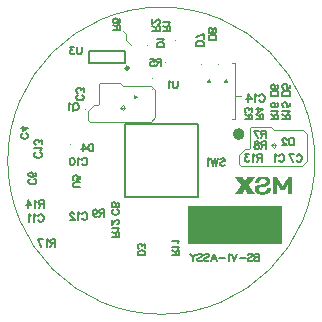
<source format=gbo>
G04*
G04 #@! TF.GenerationSoftware,Altium Limited,Altium Designer,19.0.14 (431)*
G04*
G04 Layer_Color=39423*
%FSLAX25Y25*%
%MOIN*%
G70*
G01*
G75*
%ADD11C,0.00984*%
%ADD12C,0.00787*%
%ADD13C,0.00500*%
%ADD14C,0.00050*%
%ADD118C,0.00394*%
%ADD119C,0.01968*%
%ADD120C,0.00100*%
%ADD121R,0.31496X0.12795*%
G36*
X-9055Y21752D02*
Y20768D01*
X-8071Y21260D01*
X-9055Y21752D01*
D02*
G37*
G36*
X15256Y26181D02*
X16240D01*
X15748Y27165D01*
X15256Y26181D01*
D02*
G37*
G36*
X20965D02*
X21949D01*
X21457Y27165D01*
X20965Y26181D01*
D02*
G37*
D11*
X-10925Y30918D02*
G03*
X-10925Y30918I-492J0D01*
G01*
D12*
X12100Y-12000D02*
X12200Y-11900D01*
Y12200D01*
X12100Y-12000D02*
X12200Y-12100D01*
X-12200D02*
X12200D01*
X-12200D02*
Y12200D01*
X12200D01*
X-12008Y32677D02*
Y36614D01*
X-24213Y32677D02*
Y36614D01*
Y32677D02*
X-12008D01*
X-24213Y36614D02*
X-12008D01*
D13*
X-27028Y-8858D02*
X-28813D01*
X-29171Y-8739D01*
X-29408Y-8501D01*
X-29528Y-8144D01*
Y-7906D01*
X-29408Y-7549D01*
X-29171Y-7311D01*
X-28813Y-7192D01*
X-27028D01*
Y-5073D02*
Y-6264D01*
X-28099Y-6383D01*
X-27980Y-6264D01*
X-27861Y-5906D01*
Y-5550D01*
X-27980Y-5192D01*
X-28218Y-4954D01*
X-28575Y-4835D01*
X-28813D01*
X-29171Y-4954D01*
X-29408Y-5192D01*
X-29528Y-5550D01*
Y-5906D01*
X-29408Y-6264D01*
X-29289Y-6383D01*
X-29052Y-6502D01*
X19544Y469D02*
X19782Y707D01*
X20139Y826D01*
X20616D01*
X20973Y707D01*
X21211Y469D01*
Y231D01*
X21092Y-7D01*
X20973Y-126D01*
X20734Y-245D01*
X20020Y-483D01*
X19782Y-602D01*
X19663Y-721D01*
X19544Y-959D01*
Y-1316D01*
X19782Y-1554D01*
X20139Y-1673D01*
X20616D01*
X20973Y-1554D01*
X21211Y-1316D01*
X18985Y826D02*
X18390Y-1673D01*
X17795Y826D02*
X18390Y-1673D01*
X17795Y826D02*
X17200Y-1673D01*
X16604Y826D02*
X17200Y-1673D01*
X16105Y350D02*
X15867Y469D01*
X15509Y826D01*
Y-1673D01*
X18248Y40354D02*
X15748D01*
X18248D02*
Y41188D01*
X18128Y41544D01*
X17890Y41783D01*
X17652Y41902D01*
X17295Y42021D01*
X16700D01*
X16343Y41902D01*
X16105Y41783D01*
X15867Y41544D01*
X15748Y41188D01*
Y40354D01*
X18248Y43175D02*
X18128Y42818D01*
X17890Y42699D01*
X17652D01*
X17414Y42818D01*
X17295Y43056D01*
X17176Y43532D01*
X17057Y43889D01*
X16819Y44127D01*
X16581Y44246D01*
X16224D01*
X15986Y44127D01*
X15867Y44008D01*
X15748Y43651D01*
Y43175D01*
X15867Y42818D01*
X15986Y42699D01*
X16224Y42580D01*
X16581D01*
X16819Y42699D01*
X17057Y42937D01*
X17176Y43294D01*
X17295Y43770D01*
X17414Y44008D01*
X17652Y44127D01*
X17890D01*
X18128Y44008D01*
X18248Y43651D01*
Y43175D01*
X-35433Y-26241D02*
Y-28740D01*
Y-26241D02*
X-36504D01*
X-36861Y-26360D01*
X-36980Y-26479D01*
X-37099Y-26717D01*
Y-26955D01*
X-36980Y-27193D01*
X-36861Y-27312D01*
X-36504Y-27431D01*
X-35433D01*
X-36266D02*
X-37099Y-28740D01*
X-37659Y-26717D02*
X-37897Y-26598D01*
X-38254Y-26241D01*
Y-28740D01*
X-41158Y-26241D02*
X-39968Y-28740D01*
X-39492Y-26241D02*
X-41158D01*
X5512Y26673D02*
Y24887D01*
X5393Y24530D01*
X5155Y24292D01*
X4798Y24173D01*
X4560D01*
X4203Y24292D01*
X3965Y24530D01*
X3845Y24887D01*
Y26673D01*
X3155Y26197D02*
X2917Y26316D01*
X2560Y26673D01*
Y24173D01*
X14133Y38386D02*
X11634D01*
X14133D02*
Y39219D01*
X14014Y39576D01*
X13776Y39814D01*
X13538Y39933D01*
X13181Y40052D01*
X12586D01*
X12229Y39933D01*
X11991Y39814D01*
X11753Y39576D01*
X11634Y39219D01*
Y38386D01*
X14133Y42278D02*
X11634Y41088D01*
X14133Y40611D02*
Y42278D01*
X-22638Y5649D02*
Y3150D01*
Y5649D02*
X-23471D01*
X-23828Y5530D01*
X-24066Y5292D01*
X-24185Y5054D01*
X-24304Y4697D01*
Y4102D01*
X-24185Y3745D01*
X-24066Y3507D01*
X-23828Y3269D01*
X-23471Y3150D01*
X-22638D01*
X-26054Y5649D02*
X-24863Y3983D01*
X-26649D01*
X-26054Y5649D02*
Y3150D01*
X-26575Y37933D02*
Y36147D01*
X-26694Y35790D01*
X-26932Y35552D01*
X-27289Y35433D01*
X-27527D01*
X-27884Y35552D01*
X-28122Y35790D01*
X-28241Y36147D01*
Y37933D01*
X-29169D02*
X-30479D01*
X-29765Y36980D01*
X-30122D01*
X-30360Y36861D01*
X-30479Y36742D01*
X-30598Y36385D01*
Y36147D01*
X-30479Y35790D01*
X-30241Y35552D01*
X-29884Y35433D01*
X-29526D01*
X-29169Y35552D01*
X-29050Y35671D01*
X-28931Y35909D01*
X-5348Y-31496D02*
X-7847D01*
X-5348D02*
Y-30663D01*
X-5467Y-30306D01*
X-5705Y-30068D01*
X-5943Y-29949D01*
X-6300Y-29830D01*
X-6895D01*
X-7252Y-29949D01*
X-7490Y-30068D01*
X-7728Y-30306D01*
X-7847Y-30663D01*
Y-31496D01*
X-5348Y-29032D02*
Y-27723D01*
X-6300Y-28437D01*
Y-28080D01*
X-6419Y-27842D01*
X-6538Y-27723D01*
X-6895Y-27604D01*
X-7133D01*
X-7490Y-27723D01*
X-7728Y-27961D01*
X-7847Y-28318D01*
Y-28675D01*
X-7728Y-29032D01*
X-7609Y-29151D01*
X-7371Y-29270D01*
X38917Y21654D02*
X36417D01*
X38917D02*
Y22487D01*
X38798Y22844D01*
X38560Y23082D01*
X38322Y23201D01*
X37965Y23320D01*
X37369D01*
X37012Y23201D01*
X36774Y23082D01*
X36536Y22844D01*
X36417Y22487D01*
Y21654D01*
X38560Y25308D02*
X38798Y25188D01*
X38917Y24831D01*
Y24593D01*
X38798Y24236D01*
X38441Y23998D01*
X37846Y23879D01*
X37251D01*
X36774Y23998D01*
X36536Y24236D01*
X36417Y24593D01*
Y24712D01*
X36536Y25069D01*
X36774Y25308D01*
X37132Y25427D01*
X37251D01*
X37607Y25308D01*
X37846Y25069D01*
X37965Y24712D01*
Y24593D01*
X37846Y24236D01*
X37607Y23998D01*
X37251Y23879D01*
X-28273Y19232D02*
X-28035Y19113D01*
X-27797Y18875D01*
X-27678Y18637D01*
X-27559Y18280D01*
Y17684D01*
X-27678Y17327D01*
X-27797Y17089D01*
X-28035Y16851D01*
X-28273Y16732D01*
X-28749D01*
X-28987Y16851D01*
X-29225Y17089D01*
X-29344Y17327D01*
X-29463Y17684D01*
Y18280D01*
X-29344Y18637D01*
X-29225Y18875D01*
X-28987Y19113D01*
X-28749Y19232D01*
X-28273D01*
X-28630Y17208D02*
X-29344Y16494D01*
X-30047Y18756D02*
X-30285Y18875D01*
X-30642Y19232D01*
Y16732D01*
X-42387Y-6089D02*
X-42149Y-6208D01*
X-41911Y-6446D01*
X-41792Y-6684D01*
Y-7160D01*
X-41911Y-7398D01*
X-42149Y-7636D01*
X-42387Y-7755D01*
X-42744Y-7874D01*
X-43339D01*
X-43696Y-7755D01*
X-43934Y-7636D01*
X-44172Y-7398D01*
X-44291Y-7160D01*
Y-6684D01*
X-44172Y-6446D01*
X-43934Y-6208D01*
X-43696Y-6089D01*
X-42149Y-3958D02*
X-41911Y-4077D01*
X-41792Y-4434D01*
Y-4672D01*
X-41911Y-5029D01*
X-42268Y-5267D01*
X-42863Y-5387D01*
X-43458D01*
X-43934Y-5267D01*
X-44172Y-5029D01*
X-44291Y-4672D01*
Y-4553D01*
X-44172Y-4196D01*
X-43934Y-3958D01*
X-43577Y-3839D01*
X-43458D01*
X-43101Y-3958D01*
X-42863Y-4196D01*
X-42744Y-4553D01*
Y-4672D01*
X-42863Y-5029D01*
X-43101Y-5267D01*
X-43458Y-5387D01*
X45065Y1557D02*
X45184Y1795D01*
X45422Y2033D01*
X45660Y2152D01*
X46136D01*
X46374Y2033D01*
X46612Y1795D01*
X46731Y1557D01*
X46850Y1200D01*
Y605D01*
X46731Y248D01*
X46612Y10D01*
X46374Y-228D01*
X46136Y-347D01*
X45660D01*
X45422Y-228D01*
X45184Y10D01*
X45065Y248D01*
X42696Y2152D02*
X43887Y-347D01*
X44363Y2152D02*
X42696D01*
X39160Y1557D02*
X39279Y1795D01*
X39517Y2033D01*
X39755Y2152D01*
X40231D01*
X40469Y2033D01*
X40707Y1795D01*
X40826Y1557D01*
X40945Y1200D01*
Y605D01*
X40826Y248D01*
X40707Y10D01*
X40469Y-228D01*
X40231Y-347D01*
X39755D01*
X39517Y-228D01*
X39279Y10D01*
X39160Y248D01*
X38457Y1676D02*
X38219Y1795D01*
X37862Y2152D01*
Y-347D01*
X-26442Y21864D02*
X-26204Y21745D01*
X-25966Y21507D01*
X-25847Y21269D01*
Y20793D01*
X-25966Y20555D01*
X-26204Y20317D01*
X-26442Y20198D01*
X-26799Y20079D01*
X-27394D01*
X-27751Y20198D01*
X-27989Y20317D01*
X-28227Y20555D01*
X-28346Y20793D01*
Y21269D01*
X-28227Y21507D01*
X-27989Y21745D01*
X-27751Y21864D01*
X-25847Y22804D02*
Y24114D01*
X-26799Y23399D01*
Y23756D01*
X-26918Y23995D01*
X-27037Y24114D01*
X-27394Y24233D01*
X-27632D01*
X-27989Y24114D01*
X-28227Y23876D01*
X-28346Y23518D01*
Y23161D01*
X-28227Y22804D01*
X-28108Y22685D01*
X-27870Y22566D01*
X-44946Y9138D02*
X-44708Y9019D01*
X-44470Y8781D01*
X-44351Y8543D01*
Y8066D01*
X-44470Y7829D01*
X-44708Y7590D01*
X-44946Y7471D01*
X-45303Y7352D01*
X-45898D01*
X-46255Y7471D01*
X-46493Y7590D01*
X-46731Y7829D01*
X-46850Y8066D01*
Y8543D01*
X-46731Y8781D01*
X-46493Y9019D01*
X-46255Y9138D01*
X-44351Y11030D02*
X-46017Y9840D01*
Y11625D01*
X-44351Y11030D02*
X-46850D01*
X-14631Y-16263D02*
X-14393Y-16382D01*
X-14155Y-16620D01*
X-14036Y-16858D01*
Y-17334D01*
X-14155Y-17572D01*
X-14393Y-17810D01*
X-14631Y-17929D01*
X-14988Y-18048D01*
X-15583D01*
X-15940Y-17929D01*
X-16178Y-17810D01*
X-16416Y-17572D01*
X-16535Y-17334D01*
Y-16858D01*
X-16416Y-16620D01*
X-16178Y-16382D01*
X-15940Y-16263D01*
X-14036Y-14965D02*
X-14155Y-15323D01*
X-14393Y-15442D01*
X-14631D01*
X-14869Y-15323D01*
X-14988Y-15085D01*
X-15107Y-14608D01*
X-15226Y-14251D01*
X-15464Y-14013D01*
X-15702Y-13894D01*
X-16059D01*
X-16297Y-14013D01*
X-16416Y-14132D01*
X-16535Y-14490D01*
Y-14965D01*
X-16416Y-15323D01*
X-16297Y-15442D01*
X-16059Y-15561D01*
X-15702D01*
X-15464Y-15442D01*
X-15226Y-15204D01*
X-15107Y-14846D01*
X-14988Y-14370D01*
X-14869Y-14132D01*
X-14631Y-14013D01*
X-14393D01*
X-14155Y-14132D01*
X-14036Y-14490D01*
Y-14965D01*
X-26392Y330D02*
X-26273Y568D01*
X-26035Y806D01*
X-25796Y925D01*
X-25320D01*
X-25082Y806D01*
X-24844Y568D01*
X-24725Y330D01*
X-24606Y-27D01*
Y-623D01*
X-24725Y-980D01*
X-24844Y-1218D01*
X-25082Y-1456D01*
X-25320Y-1575D01*
X-25796D01*
X-26035Y-1456D01*
X-26273Y-1218D01*
X-26392Y-980D01*
X-27094Y449D02*
X-27332Y568D01*
X-27689Y925D01*
Y-1575D01*
X-29641Y925D02*
X-29284Y806D01*
X-29046Y449D01*
X-28927Y-146D01*
Y-504D01*
X-29046Y-1099D01*
X-29284Y-1456D01*
X-29641Y-1575D01*
X-29879D01*
X-30236Y-1456D01*
X-30474Y-1099D01*
X-30593Y-504D01*
Y-146D01*
X-30474Y449D01*
X-30236Y806D01*
X-29879Y925D01*
X-29641D01*
X-41034Y-18443D02*
X-40915Y-18205D01*
X-40677Y-17967D01*
X-40439Y-17848D01*
X-39963D01*
X-39724Y-17967D01*
X-39487Y-18205D01*
X-39367Y-18443D01*
X-39248Y-18800D01*
Y-19395D01*
X-39367Y-19752D01*
X-39487Y-19990D01*
X-39724Y-20228D01*
X-39963Y-20347D01*
X-40439D01*
X-40677Y-20228D01*
X-40915Y-19990D01*
X-41034Y-19752D01*
X-41736Y-18324D02*
X-41974Y-18205D01*
X-42331Y-17848D01*
Y-20347D01*
X-43569Y-18324D02*
X-43807Y-18205D01*
X-44164Y-17848D01*
Y-20347D01*
X-26392Y-17781D02*
X-26273Y-17543D01*
X-26035Y-17305D01*
X-25796Y-17186D01*
X-25320D01*
X-25082Y-17305D01*
X-24844Y-17543D01*
X-24725Y-17781D01*
X-24606Y-18138D01*
Y-18733D01*
X-24725Y-19090D01*
X-24844Y-19328D01*
X-25082Y-19566D01*
X-25320Y-19685D01*
X-25796D01*
X-26035Y-19566D01*
X-26273Y-19328D01*
X-26392Y-19090D01*
X-27094Y-17662D02*
X-27332Y-17543D01*
X-27689Y-17186D01*
Y-19685D01*
X-29046Y-17781D02*
Y-17662D01*
X-29165Y-17424D01*
X-29284Y-17305D01*
X-29522Y-17186D01*
X-29998D01*
X-30236Y-17305D01*
X-30355Y-17424D01*
X-30474Y-17662D01*
Y-17900D01*
X-30355Y-18138D01*
X-30117Y-18495D01*
X-28927Y-19685D01*
X-30593D01*
X-40418Y2770D02*
X-40180Y2651D01*
X-39942Y2413D01*
X-39823Y2175D01*
Y1698D01*
X-39942Y1460D01*
X-40180Y1222D01*
X-40418Y1103D01*
X-40775Y984D01*
X-41371D01*
X-41728Y1103D01*
X-41966Y1222D01*
X-42204Y1460D01*
X-42323Y1698D01*
Y2175D01*
X-42204Y2413D01*
X-41966Y2651D01*
X-41728Y2770D01*
X-40299Y3472D02*
X-40180Y3710D01*
X-39823Y4067D01*
X-42323D01*
X-39823Y5543D02*
Y6852D01*
X-40775Y6138D01*
Y6495D01*
X-40895Y6733D01*
X-41014Y6852D01*
X-41371Y6971D01*
X-41609D01*
X-41966Y6852D01*
X-42204Y6614D01*
X-42323Y6257D01*
Y5900D01*
X-42204Y5543D01*
X-42085Y5424D01*
X-41847Y5305D01*
X1017Y37902D02*
X-1482D01*
X1017D02*
Y38735D01*
X898Y39093D01*
X660Y39331D01*
X422Y39450D01*
X65Y39569D01*
X-530D01*
X-887Y39450D01*
X-1125Y39331D01*
X-1363Y39093D01*
X-1482Y38735D01*
Y37902D01*
X541Y40128D02*
X660Y40366D01*
X1017Y40723D01*
X-1482D01*
X44094Y7618D02*
Y5118D01*
Y7618D02*
X43261D01*
X42904Y7499D01*
X42666Y7260D01*
X42547Y7023D01*
X42428Y6665D01*
Y6070D01*
X42547Y5713D01*
X42666Y5475D01*
X42904Y5237D01*
X43261Y5118D01*
X44094D01*
X41750Y7023D02*
Y7141D01*
X41631Y7379D01*
X41512Y7499D01*
X41274Y7618D01*
X40798D01*
X40560Y7499D01*
X40440Y7379D01*
X40321Y7141D01*
Y6903D01*
X40440Y6665D01*
X40679Y6308D01*
X41869Y5118D01*
X40203D01*
X42854Y21654D02*
X40354D01*
X42854D02*
Y22487D01*
X42735Y22844D01*
X42497Y23082D01*
X42259Y23201D01*
X41902Y23320D01*
X41306D01*
X40949Y23201D01*
X40711Y23082D01*
X40473Y22844D01*
X40354Y22487D01*
Y21654D01*
X42854Y25308D02*
Y24117D01*
X41783Y23998D01*
X41902Y24117D01*
X42021Y24474D01*
Y24831D01*
X41902Y25188D01*
X41664Y25427D01*
X41306Y25546D01*
X41069D01*
X40711Y25427D01*
X40473Y25188D01*
X40354Y24831D01*
Y24474D01*
X40473Y24117D01*
X40592Y23998D01*
X40830Y23879D01*
X3049Y43307D02*
X550D01*
X3049D02*
Y44378D01*
X2930Y44735D01*
X2811Y44854D01*
X2573Y44973D01*
X2335D01*
X2097Y44854D01*
X1978Y44735D01*
X1859Y44378D01*
Y43307D01*
Y44140D02*
X550Y44973D01*
X2573Y45533D02*
X2692Y45771D01*
X3049Y46128D01*
X550D01*
X-453Y43307D02*
X-2953D01*
X-453D02*
Y44378D01*
X-572Y44735D01*
X-691Y44854D01*
X-929Y44973D01*
X-1167D01*
X-1405Y44854D01*
X-1524Y44735D01*
X-1643Y44378D01*
Y43307D01*
Y44140D02*
X-2953Y44973D01*
X-1048Y45652D02*
X-929D01*
X-691Y45771D01*
X-572Y45890D01*
X-453Y46128D01*
Y46604D01*
X-572Y46842D01*
X-691Y46961D01*
X-929Y47080D01*
X-1167D01*
X-1405Y46961D01*
X-1763Y46723D01*
X-2953Y45533D01*
Y47199D01*
X30255Y13780D02*
X27756D01*
X30255D02*
Y14851D01*
X30136Y15208D01*
X30017Y15327D01*
X29779Y15446D01*
X29541D01*
X29303Y15327D01*
X29184Y15208D01*
X29065Y14851D01*
Y13780D01*
Y14613D02*
X27756Y15446D01*
X30255Y16243D02*
Y17552D01*
X29303Y16838D01*
Y17196D01*
X29184Y17434D01*
X29065Y17552D01*
X28708Y17672D01*
X28470D01*
X28113Y17552D01*
X27875Y17314D01*
X27756Y16957D01*
Y16600D01*
X27875Y16243D01*
X27994Y16124D01*
X28232Y16005D01*
X33996Y13780D02*
X31496D01*
X33996D02*
Y14851D01*
X33876Y15208D01*
X33757Y15327D01*
X33520Y15446D01*
X33281D01*
X33043Y15327D01*
X32924Y15208D01*
X32805Y14851D01*
Y13780D01*
Y14613D02*
X31496Y15446D01*
X33996Y17196D02*
X32329Y16005D01*
Y17791D01*
X33996Y17196D02*
X31496D01*
X0Y33996D02*
Y31496D01*
Y33996D02*
X-1071D01*
X-1428Y33876D01*
X-1547Y33757D01*
X-1666Y33519D01*
Y33281D01*
X-1547Y33043D01*
X-1428Y32924D01*
X-1071Y32805D01*
X0D01*
X-833D02*
X-1666Y31496D01*
X-3654Y33996D02*
X-2464D01*
X-2345Y32924D01*
X-2464Y33043D01*
X-2821Y33162D01*
X-3178D01*
X-3535Y33043D01*
X-3773Y32805D01*
X-3892Y32448D01*
Y32210D01*
X-3773Y31853D01*
X-3535Y31615D01*
X-3178Y31496D01*
X-2821D01*
X-2464Y31615D01*
X-2345Y31734D01*
X-2226Y31972D01*
X-13642Y43701D02*
X-16142D01*
X-13642D02*
Y44772D01*
X-13761Y45129D01*
X-13880Y45248D01*
X-14118Y45367D01*
X-14356D01*
X-14594Y45248D01*
X-14714Y45129D01*
X-14832Y44772D01*
Y43701D01*
Y44534D02*
X-16142Y45367D01*
X-13999Y47355D02*
X-13761Y47236D01*
X-13642Y46879D01*
Y46641D01*
X-13761Y46284D01*
X-14118Y46046D01*
X-14714Y45926D01*
X-15309D01*
X-15785Y46046D01*
X-16023Y46284D01*
X-16142Y46641D01*
Y46760D01*
X-16023Y47117D01*
X-15785Y47355D01*
X-15428Y47474D01*
X-15309D01*
X-14952Y47355D01*
X-14714Y47117D01*
X-14594Y46760D01*
Y46641D01*
X-14714Y46284D01*
X-14952Y46046D01*
X-15309Y45926D01*
X34843Y9983D02*
Y7484D01*
Y9983D02*
X33771D01*
X33414Y9864D01*
X33295Y9745D01*
X33176Y9507D01*
Y9269D01*
X33295Y9031D01*
X33414Y8912D01*
X33771Y8793D01*
X34843D01*
X34009D02*
X33176Y7484D01*
X30950Y9983D02*
X32141Y7484D01*
X32617Y9983D02*
X30950D01*
X34843Y6436D02*
Y3937D01*
Y6436D02*
X33771D01*
X33414Y6318D01*
X33295Y6198D01*
X33176Y5960D01*
Y5722D01*
X33295Y5484D01*
X33414Y5365D01*
X33771Y5246D01*
X34843D01*
X34009D02*
X33176Y3937D01*
X32022Y6436D02*
X32379Y6318D01*
X32498Y6079D01*
Y5841D01*
X32379Y5603D01*
X32141Y5484D01*
X31665Y5365D01*
X31308Y5246D01*
X31069Y5008D01*
X30950Y4770D01*
Y4413D01*
X31069Y4175D01*
X31188Y4056D01*
X31546Y3937D01*
X32022D01*
X32379Y4056D01*
X32498Y4175D01*
X32617Y4413D01*
Y4770D01*
X32498Y5008D01*
X32260Y5246D01*
X31903Y5365D01*
X31427Y5484D01*
X31188Y5603D01*
X31069Y5841D01*
Y6079D01*
X31188Y6318D01*
X31546Y6436D01*
X32022D01*
X-19094Y-16201D02*
Y-18701D01*
Y-16201D02*
X-20166D01*
X-20523Y-16320D01*
X-20642Y-16439D01*
X-20761Y-16677D01*
Y-16916D01*
X-20642Y-17154D01*
X-20523Y-17273D01*
X-20166Y-17392D01*
X-19094D01*
X-19928D02*
X-20761Y-18701D01*
X-22867Y-17034D02*
X-22749Y-17392D01*
X-22510Y-17630D01*
X-22153Y-17749D01*
X-22034D01*
X-21677Y-17630D01*
X-21439Y-17392D01*
X-21320Y-17034D01*
Y-16916D01*
X-21439Y-16558D01*
X-21677Y-16320D01*
X-22034Y-16201D01*
X-22153D01*
X-22510Y-16320D01*
X-22749Y-16558D01*
X-22867Y-17034D01*
Y-17630D01*
X-22749Y-18225D01*
X-22510Y-18582D01*
X-22153Y-18701D01*
X-21915D01*
X-21558Y-18582D01*
X-21439Y-18344D01*
X6043Y-31496D02*
X3543D01*
X6043D02*
Y-30425D01*
X5924Y-30068D01*
X5805Y-29949D01*
X5567Y-29830D01*
X5329D01*
X5091Y-29949D01*
X4972Y-30068D01*
X4853Y-30425D01*
Y-31496D01*
Y-30663D02*
X3543Y-29830D01*
X5567Y-29270D02*
X5686Y-29032D01*
X6043Y-28675D01*
X3543D01*
X5567Y-27437D02*
X5686Y-27199D01*
X6043Y-26842D01*
X3543D01*
X-14036Y-25347D02*
X-16535D01*
X-14036D02*
Y-24276D01*
X-14155Y-23919D01*
X-14274Y-23800D01*
X-14512Y-23681D01*
X-14750D01*
X-14988Y-23800D01*
X-15107Y-23919D01*
X-15226Y-24276D01*
Y-25347D01*
Y-24514D02*
X-16535Y-23681D01*
X-14512Y-23122D02*
X-14393Y-22884D01*
X-14036Y-22526D01*
X-16535D01*
X-14631Y-21170D02*
X-14512D01*
X-14274Y-21050D01*
X-14155Y-20932D01*
X-14036Y-20694D01*
Y-20217D01*
X-14155Y-19979D01*
X-14274Y-19860D01*
X-14512Y-19741D01*
X-14750D01*
X-14988Y-19860D01*
X-15345Y-20098D01*
X-16535Y-21289D01*
Y-19622D01*
X33465Y2152D02*
Y-347D01*
Y2152D02*
X32393D01*
X32036Y2033D01*
X31917Y1914D01*
X31798Y1676D01*
Y1438D01*
X31917Y1200D01*
X32036Y1081D01*
X32393Y962D01*
X33465D01*
X32631D02*
X31798Y-347D01*
X31239Y1676D02*
X31001Y1795D01*
X30644Y2152D01*
Y-347D01*
X29168Y2152D02*
X27859D01*
X28573Y1200D01*
X28216D01*
X27978Y1081D01*
X27859Y962D01*
X27740Y605D01*
Y367D01*
X27859Y10D01*
X28097Y-228D01*
X28454Y-347D01*
X28811D01*
X29168Y-228D01*
X29287Y-109D01*
X29406Y129D01*
X-39248Y-13249D02*
Y-15748D01*
Y-13249D02*
X-40320D01*
X-40677Y-13368D01*
X-40796Y-13487D01*
X-40915Y-13725D01*
Y-13963D01*
X-40796Y-14201D01*
X-40677Y-14320D01*
X-40320Y-14439D01*
X-39248D01*
X-40082D02*
X-40915Y-15748D01*
X-41474Y-13725D02*
X-41712Y-13606D01*
X-42069Y-13249D01*
Y-15748D01*
X-44497Y-13249D02*
X-43307Y-14915D01*
X-45092D01*
X-44497Y-13249D02*
Y-15748D01*
X42854Y13780D02*
X40354D01*
X42854D02*
Y14851D01*
X42735Y15208D01*
X42616Y15327D01*
X42378Y15446D01*
X42140D01*
X41902Y15327D01*
X41783Y15208D01*
X41664Y14851D01*
Y13780D01*
Y14613D02*
X40354Y15446D01*
X42378Y16005D02*
X42497Y16243D01*
X42854Y16600D01*
X40354D01*
X42854Y19266D02*
Y18076D01*
X41783Y17957D01*
X41902Y18076D01*
X42021Y18433D01*
Y18790D01*
X41902Y19147D01*
X41664Y19386D01*
X41306Y19504D01*
X41069D01*
X40711Y19386D01*
X40473Y19147D01*
X40354Y18790D01*
Y18433D01*
X40473Y18076D01*
X40592Y17957D01*
X40830Y17838D01*
X38917Y13780D02*
X36417D01*
X38917D02*
Y14851D01*
X38798Y15208D01*
X38679Y15327D01*
X38441Y15446D01*
X38203D01*
X37965Y15327D01*
X37846Y15208D01*
X37727Y14851D01*
Y13780D01*
Y14613D02*
X36417Y15446D01*
X38441Y16005D02*
X38560Y16243D01*
X38917Y16600D01*
X36417D01*
X38560Y19266D02*
X38798Y19147D01*
X38917Y18790D01*
Y18552D01*
X38798Y18195D01*
X38441Y17957D01*
X37846Y17838D01*
X37251D01*
X36774Y17957D01*
X36536Y18195D01*
X36417Y18552D01*
Y18671D01*
X36536Y19028D01*
X36774Y19266D01*
X37132Y19386D01*
X37251D01*
X37607Y19266D01*
X37846Y19028D01*
X37965Y18671D01*
Y18552D01*
X37846Y18195D01*
X37607Y17957D01*
X37251Y17838D01*
X32664Y21557D02*
X32783Y21795D01*
X33020Y22033D01*
X33259Y22152D01*
X33735D01*
X33973Y22033D01*
X34211Y21795D01*
X34330Y21557D01*
X34449Y21200D01*
Y20605D01*
X34330Y20248D01*
X34211Y20010D01*
X33973Y19772D01*
X33735Y19653D01*
X33259D01*
X33020Y19772D01*
X32783Y20010D01*
X32664Y20248D01*
X31961Y21676D02*
X31723Y21795D01*
X31366Y22152D01*
Y19653D01*
X28938Y22152D02*
X30128Y20486D01*
X28343D01*
X28938Y22152D02*
Y19653D01*
X32677Y-30965D02*
Y-33465D01*
Y-30965D02*
X31606D01*
X31249Y-31084D01*
X31130Y-31203D01*
X31011Y-31441D01*
Y-31679D01*
X31130Y-31917D01*
X31249Y-32036D01*
X31606Y-32155D01*
X32677D02*
X31606D01*
X31249Y-32274D01*
X31130Y-32393D01*
X31011Y-32631D01*
Y-32989D01*
X31130Y-33226D01*
X31249Y-33345D01*
X31606Y-33465D01*
X32677D01*
X28785Y-31322D02*
X29023Y-31084D01*
X29380Y-30965D01*
X29856D01*
X30213Y-31084D01*
X30452Y-31322D01*
Y-31560D01*
X30332Y-31798D01*
X30213Y-31917D01*
X29975Y-32036D01*
X29261Y-32274D01*
X29023Y-32393D01*
X28904Y-32512D01*
X28785Y-32750D01*
Y-33108D01*
X29023Y-33345D01*
X29380Y-33465D01*
X29856D01*
X30213Y-33345D01*
X30452Y-33108D01*
X28226Y-32393D02*
X26083D01*
X25345Y-30965D02*
X24393Y-33465D01*
X23441Y-30965D02*
X24393Y-33465D01*
X23120Y-31441D02*
X22882Y-31322D01*
X22525Y-30965D01*
Y-33465D01*
X21287Y-32393D02*
X19144D01*
X16502Y-33465D02*
X17454Y-30965D01*
X18406Y-33465D01*
X18049Y-32631D02*
X16859D01*
X14253Y-31322D02*
X14491Y-31084D01*
X14848Y-30965D01*
X15324D01*
X15681Y-31084D01*
X15919Y-31322D01*
Y-31560D01*
X15800Y-31798D01*
X15681Y-31917D01*
X15443Y-32036D01*
X14729Y-32274D01*
X14491Y-32393D01*
X14372Y-32512D01*
X14253Y-32750D01*
Y-33108D01*
X14491Y-33345D01*
X14848Y-33465D01*
X15324D01*
X15681Y-33345D01*
X15919Y-33108D01*
X12027Y-31322D02*
X12265Y-31084D01*
X12622Y-30965D01*
X13098D01*
X13455Y-31084D01*
X13693Y-31322D01*
Y-31560D01*
X13574Y-31798D01*
X13455Y-31917D01*
X13217Y-32036D01*
X12503Y-32274D01*
X12265Y-32393D01*
X12146Y-32512D01*
X12027Y-32750D01*
Y-33108D01*
X12265Y-33345D01*
X12622Y-33465D01*
X13098D01*
X13455Y-33345D01*
X13693Y-33108D01*
X11467Y-30965D02*
X10515Y-32155D01*
Y-33465D01*
X9563Y-30965D02*
X10515Y-32155D01*
D14*
X51181Y0D02*
G03*
X51181Y0I-51181J0D01*
G01*
D118*
X-30759Y-11682D02*
G03*
X-30759Y-11682I-197J0D01*
G01*
X4724Y39961D02*
G03*
X4724Y39961I-197J0D01*
G01*
X-2953Y27480D02*
G03*
X-2953Y27480I-197J0D01*
G01*
X1378Y32736D02*
G03*
X1378Y32736I-197J0D01*
G01*
X-30217Y5413D02*
G03*
X-30217Y5413I-197J0D01*
G01*
X-8071Y-17421D02*
G03*
X-8071Y-17421I-197J0D01*
G01*
X13535Y32134D02*
G03*
X13535Y32134I-197J0D01*
G01*
X-25295Y17028D02*
G03*
X-25295Y17028I-197J0D01*
G01*
X-4528Y38445D02*
G03*
X-4528Y38445I-197J0D01*
G01*
X-2905Y23670D02*
G03*
X-2905Y23670I-197J0D01*
G01*
X19244Y32134D02*
G03*
X19244Y32134I-197J0D01*
G01*
X15256Y26181D02*
X15748Y27165D01*
X16240Y26181D01*
X15256D02*
X16240D01*
X-9055Y21752D02*
X-8071Y21260D01*
X-9055Y20768D02*
X-8071Y21260D01*
X-9055Y20768D02*
Y21752D01*
X20965Y26181D02*
X21457Y27165D01*
X21949Y26181D01*
X20965D02*
X21949D01*
X-13707Y17717D02*
X-12132D01*
X-13707D02*
X-12920Y18504D01*
X-12920D02*
X-12132Y17717D01*
X-12920Y16929D02*
X-12132Y17717D01*
X-13707Y17717D02*
X-12920Y16929D01*
X36614Y5118D02*
X37402Y4331D01*
X37402D01*
X38189Y5118D01*
Y5118D01*
X37402Y5906D02*
X38189Y5118D01*
X37402Y5906D02*
X37402D01*
X36614Y5118D02*
X37402Y5906D01*
X36614Y5118D02*
X38189D01*
X48425Y-98D02*
Y9004D01*
X46850Y-1673D02*
X48425Y-98D01*
X26575Y-1673D02*
X46850D01*
X25984Y-1083D02*
X26575Y-1673D01*
X25984Y-1083D02*
Y1870D01*
X27953Y3839D01*
X29134D01*
X29528Y4232D01*
Y10925D01*
X29921Y11319D01*
X36614D01*
X37598Y10335D01*
X47095D01*
X48425Y9004D01*
X-3299Y25000D02*
X-1969Y23670D01*
X-12795Y25000D02*
X-3299D01*
X-13780Y25984D02*
X-12795Y25000D01*
X-20472Y25984D02*
X-13780D01*
X-20866Y25591D02*
X-20472Y25984D01*
X-20866Y18898D02*
Y25591D01*
X-21260Y18504D02*
X-20866Y18898D01*
X-22441Y18504D02*
X-21260D01*
X-24409Y16535D02*
X-22441Y18504D01*
X-24409Y13583D02*
Y16535D01*
Y13583D02*
X-23819Y12992D01*
X-3543D01*
X-1969Y14567D01*
Y23670D01*
X24606Y21654D02*
X26575D01*
X23622Y13780D02*
X24606D01*
Y32480D01*
X23622D02*
X24606D01*
X-11811Y40157D02*
X-10098Y38445D01*
X-11811Y40157D02*
Y42126D01*
X-12920Y43235D02*
X-11811Y42126D01*
D119*
X26772Y8858D02*
G03*
X26772Y8858I-984J0D01*
G01*
D120*
X42265Y-5474D02*
X43265D01*
X37265D02*
X38265D01*
X42165Y-5574D02*
X43265D01*
X37265D02*
X38365D01*
X42165Y-5674D02*
X43265D01*
X37265D02*
X38365D01*
X42065Y-5774D02*
X43265D01*
X37265D02*
X38465D01*
X42065Y-5874D02*
X43265D01*
X37265D02*
X38565D01*
X41965Y-5974D02*
X43265D01*
X37265D02*
X38565D01*
X41865Y-6074D02*
X43265D01*
X37265D02*
X38665D01*
X41865Y-6174D02*
X43265D01*
X37265D02*
X38665D01*
X41765Y-6274D02*
X43265D01*
X37265D02*
X38765D01*
X41665Y-6374D02*
X43265D01*
X37265D02*
X38865D01*
X41665Y-6474D02*
X43265D01*
X37265D02*
X38865D01*
X41565Y-6574D02*
X43265D01*
X37265D02*
X38965D01*
X41565Y-6674D02*
X43265D01*
X37265D02*
X39065D01*
X41465Y-6774D02*
X43265D01*
X37265D02*
X39065D01*
X41365Y-6874D02*
X43265D01*
X37265D02*
X39165D01*
X42365Y-6974D02*
X43265D01*
X41365D02*
X42265D01*
X38265D02*
X39165D01*
X37265D02*
X38165D01*
X42365Y-7074D02*
X43265D01*
X41265D02*
X42265D01*
X38265D02*
X39265D01*
X37265D02*
X38165D01*
X42365Y-7174D02*
X43265D01*
X41165D02*
X42165D01*
X38365D02*
X39365D01*
X37265D02*
X38165D01*
X42365Y-7274D02*
X43265D01*
X41165D02*
X42065D01*
X38465D02*
X39365D01*
X37265D02*
X38165D01*
X42365Y-7374D02*
X43265D01*
X41065D02*
X42065D01*
X38465D02*
X39465D01*
X37265D02*
X38165D01*
X42365Y-7474D02*
X43265D01*
X41065D02*
X41965D01*
X38565D02*
X39565D01*
X37265D02*
X38165D01*
X42365Y-7574D02*
X43265D01*
X40965D02*
X41965D01*
X38665D02*
X39565D01*
X37265D02*
X38165D01*
X42365Y-7674D02*
X43265D01*
X40865D02*
X41865D01*
X38665D02*
X39665D01*
X37265D02*
X38165D01*
X42365Y-7774D02*
X43265D01*
X40865D02*
X41765D01*
X38765D02*
X39665D01*
X37265D02*
X38165D01*
X42365Y-7874D02*
X43265D01*
X40765D02*
X41765D01*
X38765D02*
X39765D01*
X37265D02*
X38165D01*
X42365Y-7974D02*
X43265D01*
X40665D02*
X41665D01*
X38865D02*
X39865D01*
X37265D02*
X38165D01*
X42365Y-8074D02*
X43265D01*
X40665D02*
X41565D01*
X38965D02*
X39865D01*
X37265D02*
X38165D01*
X42365Y-8174D02*
X43265D01*
X40565D02*
X41565D01*
X38965D02*
X39965D01*
X37265D02*
X38165D01*
X42365Y-8274D02*
X43265D01*
X40565D02*
X41465D01*
X39065D02*
X39965D01*
X37265D02*
X38165D01*
X42365Y-8374D02*
X43265D01*
X40465D02*
X41465D01*
X39165D02*
X40065D01*
X37265D02*
X38165D01*
X42365Y-8474D02*
X43265D01*
X40365D02*
X41365D01*
X39165D02*
X40165D01*
X37265D02*
X38165D01*
X42365Y-8574D02*
X43265D01*
X40365D02*
X41265D01*
X39265D02*
X40165D01*
X37265D02*
X38165D01*
X42365Y-8674D02*
X43265D01*
X39265D02*
X41265D01*
X37265D02*
X38165D01*
X42365Y-8774D02*
X43265D01*
X39365D02*
X41165D01*
X37265D02*
X38165D01*
X42365Y-8874D02*
X43265D01*
X39465D02*
X41065D01*
X37265D02*
X38165D01*
X42365Y-8974D02*
X43265D01*
X39465D02*
X41065D01*
X37265D02*
X38165D01*
X42365Y-9074D02*
X43265D01*
X39565D02*
X40965D01*
X37265D02*
X38165D01*
X42365Y-9174D02*
X43265D01*
X39665D02*
X40965D01*
X37265D02*
X38165D01*
X42365Y-9274D02*
X43265D01*
X39665D02*
X40865D01*
X37265D02*
X38165D01*
X42365Y-9374D02*
X43265D01*
X39765D02*
X40765D01*
X37265D02*
X38165D01*
X42365Y-9474D02*
X43265D01*
X37265D02*
X38165D01*
X42365Y-9574D02*
X43265D01*
X37265D02*
X38165D01*
X42365Y-9674D02*
X43265D01*
X37265D02*
X38165D01*
X42365Y-9774D02*
X43265D01*
X37265D02*
X38165D01*
X42365Y-9874D02*
X43265D01*
X37265D02*
X38165D01*
X42365Y-9974D02*
X43265D01*
X37265D02*
X38165D01*
X42365Y-10074D02*
X43265D01*
X37265D02*
X38165D01*
X42365Y-10174D02*
X43265D01*
X37265D02*
X38165D01*
X42365Y-10274D02*
X43265D01*
X37265D02*
X38165D01*
X42365Y-10374D02*
X43265D01*
X37265D02*
X38165D01*
X42365Y-10474D02*
X43265D01*
X37265D02*
X38165D01*
X42365Y-10574D02*
X43265D01*
X37265D02*
X38165D01*
X42365Y-10674D02*
X43265D01*
X37265D02*
X38165D01*
X42365Y-10774D02*
X43265D01*
X37265D02*
X38165D01*
X42365Y-10874D02*
X43265D01*
X37265D02*
X38165D01*
X32365Y-5474D02*
X35065D01*
X28765D02*
X30665D01*
X32165Y-5574D02*
X35265D01*
X28665D02*
X30565D01*
X32065Y-5674D02*
X35465D01*
X28565D02*
X30465D01*
X31865Y-5774D02*
X35565D01*
X28565D02*
X30365D01*
X34165Y-5874D02*
X35665D01*
X31765D02*
X33265D01*
X28465D02*
X30365D01*
X34465Y-5974D02*
X35765D01*
X31765D02*
X32965D01*
X28365D02*
X30265D01*
X34665Y-6074D02*
X35765D01*
X31665D02*
X32765D01*
X28365D02*
X30165D01*
X34765Y-6174D02*
X35865D01*
X31565D02*
X32665D01*
X28265D02*
X30065D01*
X34865Y-6274D02*
X35865D01*
X31565D02*
X32565D01*
X28165D02*
X30065D01*
X34965Y-6374D02*
X35865D01*
X31465D02*
X32465D01*
X28165D02*
X29965D01*
X31465Y-6474D02*
X32365D01*
X28065D02*
X29865D01*
X31465Y-6574D02*
X32365D01*
X31365Y-6674D02*
X32365D01*
X31365Y-6774D02*
X32265D01*
X31365Y-6874D02*
X32265D01*
X31365Y-6974D02*
X32265D01*
X31365Y-7074D02*
X32265D01*
X34965Y-7274D02*
X35865D01*
X34865Y-7374D02*
X35865D01*
X34765Y-7474D02*
X35865D01*
X34665Y-7574D02*
X35765D01*
X34365Y-7674D02*
X35665D01*
X33965Y-7774D02*
X35665D01*
X33165Y-7874D02*
X35565D01*
X32465Y-7974D02*
X35365D01*
X32165Y-8074D02*
X35165D01*
X31865Y-8174D02*
X34965D01*
X31765Y-8274D02*
X34665D01*
X31565Y-8374D02*
X34065D01*
X31465Y-8474D02*
X33165D01*
X31365Y-8574D02*
X32765D01*
X31365Y-8674D02*
X32565D01*
X31265Y-8774D02*
X32365D01*
X31265Y-8874D02*
X32265D01*
X31165Y-8974D02*
X32165D01*
X31165Y-9074D02*
X32165D01*
X31165Y-9174D02*
X32065D01*
X31165Y-9274D02*
X32065D01*
X31165Y-9374D02*
X32065D01*
X31165Y-9474D02*
X32065D01*
X31165Y-9574D02*
X32065D01*
X31165Y-9674D02*
X32065D01*
X28065D02*
X29865D01*
X31165Y-9774D02*
X32165D01*
X28065D02*
X29965D01*
X31265Y-9874D02*
X32165D01*
X28165D02*
X29965D01*
X31265Y-9974D02*
X32265D01*
X28265D02*
X30065D01*
X31265Y-10074D02*
X32365D01*
X28265D02*
X30165D01*
X34565Y-10174D02*
X35865D01*
X31365D02*
X32465D01*
X28365D02*
X30165D01*
X34365Y-10274D02*
X35765D01*
X31465D02*
X32665D01*
X28465D02*
X30265D01*
X34065Y-10374D02*
X35665D01*
X31565D02*
X33065D01*
X28465D02*
X30365D01*
X31665Y-10474D02*
X35565D01*
X28565D02*
X30465D01*
X31765Y-10574D02*
X35365D01*
X28665D02*
X30465D01*
X31865Y-10674D02*
X35265D01*
X28665D02*
X30565D01*
X32065Y-10774D02*
X35065D01*
X28765D02*
X30665D01*
X32365Y-10874D02*
X34765D01*
X28865D02*
X30765D01*
X32865Y-10974D02*
X34265D01*
X33065Y-5274D02*
X34365D01*
X24765Y-5474D02*
X26665D01*
X24865Y-5574D02*
X26765D01*
X24965Y-5674D02*
X26865D01*
X25065Y-5774D02*
X26865D01*
X25065Y-5874D02*
X26965D01*
X25165Y-5974D02*
X27065D01*
X25265Y-6074D02*
X27065D01*
X25365Y-6174D02*
X27165D01*
X25365Y-6274D02*
X27265D01*
X25465Y-6374D02*
X27365D01*
X25565Y-6474D02*
X27365D01*
X25665Y-6574D02*
X27465D01*
X25665Y-6674D02*
X27565D01*
X25765Y-6774D02*
X27565D01*
X25865Y-6874D02*
X27665D01*
X25865Y-9274D02*
X27665D01*
X25765Y-9374D02*
X27565D01*
X25765Y-9474D02*
X27565D01*
X25665Y-9574D02*
X27465D01*
X25565Y-9674D02*
X27365D01*
X25465Y-9774D02*
X27365D01*
X25465Y-9874D02*
X27265D01*
X25365Y-9974D02*
X27165D01*
X25265Y-10074D02*
X27165D01*
X25165Y-10174D02*
X27065D01*
X25165Y-10274D02*
X26965D01*
X25065Y-10374D02*
X26965D01*
X24965Y-10474D02*
X26865D01*
X24965Y-10574D02*
X26765D01*
X24865Y-10674D02*
X26765D01*
X24765Y-10774D02*
X26665D01*
X24665Y-10874D02*
X26565D01*
X42365Y-5374D02*
X43265D01*
X37265D02*
X38265D01*
X32665D02*
X34865D01*
X28865D02*
X30765D01*
X24665D02*
X26665D01*
X34965Y-6474D02*
X35965D01*
X35065Y-6574D02*
X35965D01*
X27965D02*
X29865D01*
X35065Y-6674D02*
X35965D01*
X27965D02*
X29765D01*
X35065Y-6774D02*
X35965D01*
X27865D02*
X29665D01*
X35065Y-6874D02*
X35965D01*
X27765D02*
X29565D01*
X35065Y-6974D02*
X35965D01*
X25965D02*
X29565D01*
X35065Y-7074D02*
X35965D01*
X25965D02*
X29465D01*
X34965Y-7174D02*
X35965D01*
X26065D02*
X29365D01*
X26165Y-7274D02*
X29265D01*
X26265Y-7374D02*
X29265D01*
X26265Y-7474D02*
X29165D01*
X26365Y-7574D02*
X29065D01*
X26465Y-7674D02*
X28965D01*
X26465Y-7774D02*
X28965D01*
X26565Y-7874D02*
X28865D01*
X26665Y-7974D02*
X28765D01*
X26765Y-8074D02*
X28765D01*
X26665Y-8174D02*
X28765D01*
X26565Y-8274D02*
X28765D01*
X26565Y-8374D02*
X28865D01*
X26465Y-8474D02*
X28965D01*
X26365Y-8574D02*
X29065D01*
X26265Y-8674D02*
X29065D01*
X26265Y-8774D02*
X29165D01*
X26165Y-8874D02*
X29265D01*
X26065Y-8974D02*
X29365D01*
X25965Y-9074D02*
X29365D01*
X35265Y-9174D02*
X36165D01*
X25965D02*
X29465D01*
X35265Y-9274D02*
X36165D01*
X27765D02*
X29565D01*
X35265Y-9374D02*
X36165D01*
X27765D02*
X29665D01*
X35265Y-9474D02*
X36165D01*
X27865D02*
X29665D01*
X35165Y-9574D02*
X36165D01*
X27965D02*
X29765D01*
X35165Y-9674D02*
X36065D01*
X35065Y-9774D02*
X36065D01*
X34965Y-9874D02*
X36065D01*
X34865Y-9974D02*
X35965D01*
X34765Y-10074D02*
X35965D01*
D121*
X24409Y-21555D02*
D03*
M02*

</source>
